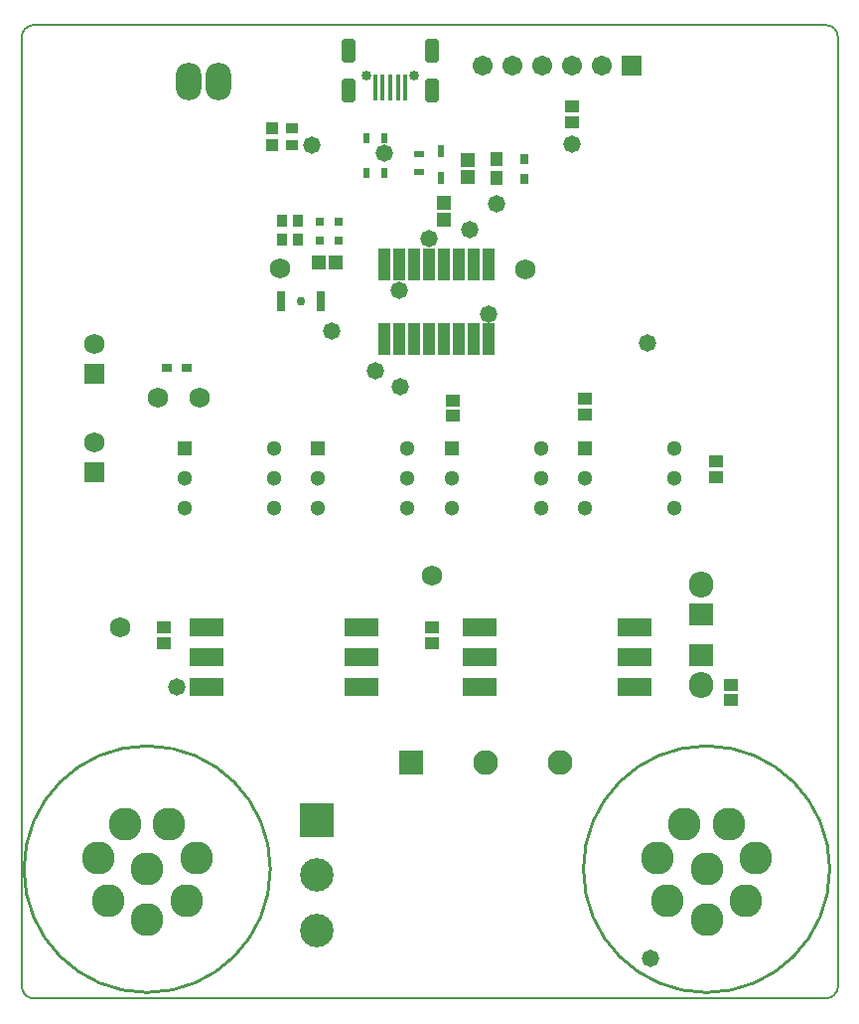
<source format=gts>
G04*
G04 #@! TF.GenerationSoftware,Altium Limited,Altium Designer,20.0.10 (225)*
G04*
G04 Layer_Color=8388736*
%FSLAX25Y25*%
%MOIN*%
G70*
G01*
G75*
%ADD10C,0.01000*%
%ADD11C,0.00787*%
%ADD20R,0.03543X0.03150*%
%ADD21R,0.03150X0.06693*%
%ADD24R,0.01972X0.04375*%
%ADD27R,0.03985X0.04758*%
%ADD28R,0.03150X0.03543*%
%ADD30R,0.11811X0.05906*%
%ADD35R,0.03000X0.02800*%
%ADD36R,0.01600X0.09055*%
%ADD38R,0.04540X0.04147*%
%ADD39R,0.02441X0.03622*%
%ADD40R,0.03622X0.02441*%
%ADD41R,0.04934X0.04540*%
%ADD42R,0.04343X0.10642*%
%ADD43R,0.03556X0.04343*%
%ADD44R,0.04540X0.04934*%
%ADD45R,0.03950X0.03950*%
%ADD46R,0.04343X0.03556*%
%ADD47R,0.04737X0.04343*%
%ADD48C,0.11036*%
%ADD49C,0.06902*%
%ADD50C,0.02953*%
%ADD51R,0.07887X0.07493*%
%ADD52O,0.08280X0.08674*%
%ADD53R,0.06902X0.06902*%
%ADD54C,0.06706*%
%ADD55R,0.06706X0.06706*%
%ADD56O,0.08674X0.12611*%
%ADD57R,0.08280X0.08280*%
%ADD58C,0.08280*%
%ADD59R,0.11237X0.11237*%
%ADD60C,0.11237*%
%ADD61R,0.05118X0.05118*%
%ADD62C,0.05118*%
%ADD63C,0.03359*%
G04:AMPARAMS|DCode=64|XSize=49.34mil|YSize=80.83mil|CornerRadius=14.34mil|HoleSize=0mil|Usage=FLASHONLY|Rotation=180.000|XOffset=0mil|YOffset=0mil|HoleType=Round|Shape=RoundedRectangle|*
%AMROUNDEDRECTD64*
21,1,0.04934,0.05217,0,0,180.0*
21,1,0.02067,0.08083,0,0,180.0*
1,1,0.02867,-0.01034,0.02608*
1,1,0.02867,0.01034,0.02608*
1,1,0.02867,0.01034,-0.02608*
1,1,0.02867,-0.01034,-0.02608*
%
%ADD64ROUNDEDRECTD64*%
%ADD65C,0.05800*%
D10*
X234819Y1279929D02*
G03*
X234819Y1279929I-41339J0D01*
G01*
X422590D02*
G03*
X422590Y1279929I-41339J0D01*
G01*
D11*
X421228Y1236606D02*
G03*
X425370Y1240748I0J4142D01*
G01*
X151350D02*
G03*
X155492Y1236606I4142J0D01*
G01*
X425370Y1558858D02*
G03*
X421228Y1563000I-4142J0D01*
G01*
X155492Y1562992D02*
G03*
X151350Y1558850I0J-4142D01*
G01*
X425354Y1240555D02*
Y1558858D01*
X155488Y1236610D02*
X421228D01*
X151350Y1240748D02*
Y1558850D01*
X155492Y1562992D02*
X421228D01*
D20*
X206846Y1448000D02*
D03*
X200153D02*
D03*
D21*
X251693Y1470500D02*
D03*
X238307D02*
D03*
D24*
X292097Y1520770D02*
D03*
Y1511715D02*
D03*
D27*
X310597Y1511586D02*
D03*
Y1517900D02*
D03*
D28*
X320097Y1511358D02*
D03*
Y1518051D02*
D03*
D30*
X356984Y1361000D02*
D03*
Y1351000D02*
D03*
Y1341000D02*
D03*
X305016D02*
D03*
Y1351000D02*
D03*
Y1361000D02*
D03*
X265484D02*
D03*
Y1351000D02*
D03*
Y1341000D02*
D03*
X213516D02*
D03*
Y1351000D02*
D03*
Y1361000D02*
D03*
D35*
X251524Y1490764D02*
D03*
X257624D02*
D03*
X251524Y1496992D02*
D03*
X257624D02*
D03*
D36*
X269957Y1541902D02*
D03*
X272532D02*
D03*
X275091D02*
D03*
X277650D02*
D03*
X280193D02*
D03*
D38*
X336000Y1530441D02*
D03*
Y1535559D02*
D03*
X389500Y1341768D02*
D03*
Y1336650D02*
D03*
X296000Y1431941D02*
D03*
Y1437059D02*
D03*
X340500Y1437559D02*
D03*
Y1432441D02*
D03*
X384500Y1411441D02*
D03*
Y1416559D02*
D03*
D39*
X272953Y1513500D02*
D03*
X267047D02*
D03*
X272953Y1525000D02*
D03*
X267047D02*
D03*
D40*
X284597Y1519696D02*
D03*
Y1513790D02*
D03*
D41*
X301097Y1511889D02*
D03*
Y1517597D02*
D03*
X293000Y1503354D02*
D03*
Y1497646D02*
D03*
D42*
X308000Y1457744D02*
D03*
X303000D02*
D03*
X273000D02*
D03*
X278000D02*
D03*
X283000D02*
D03*
X288000D02*
D03*
X293000D02*
D03*
X298000D02*
D03*
X308000Y1482650D02*
D03*
X303000D02*
D03*
X298000D02*
D03*
X293000D02*
D03*
X273000D02*
D03*
X278000D02*
D03*
X283000D02*
D03*
X288000D02*
D03*
D43*
X238623Y1497221D02*
D03*
X244135D02*
D03*
X238623Y1490993D02*
D03*
X244135D02*
D03*
D44*
X256854Y1483500D02*
D03*
X251146D02*
D03*
D45*
X235500Y1522547D02*
D03*
Y1528453D02*
D03*
D46*
X242000Y1522744D02*
D03*
Y1528256D02*
D03*
D47*
X199000Y1355831D02*
D03*
Y1361146D02*
D03*
X289000Y1355831D02*
D03*
Y1361146D02*
D03*
D48*
X206728Y1269378D02*
D03*
X193500Y1263000D02*
D03*
X180272Y1269378D02*
D03*
X209996Y1283669D02*
D03*
X176965D02*
D03*
X186138Y1295165D02*
D03*
X193500Y1279929D02*
D03*
X200862Y1295165D02*
D03*
X394500Y1269378D02*
D03*
X381272Y1263000D02*
D03*
X368043Y1269378D02*
D03*
X397768Y1283669D02*
D03*
X364736D02*
D03*
X373909Y1295165D02*
D03*
X381272Y1279929D02*
D03*
X388634Y1295165D02*
D03*
D49*
X197000Y1438000D02*
D03*
X211000D02*
D03*
X238000Y1481500D02*
D03*
X320500Y1481000D02*
D03*
X289000Y1378500D02*
D03*
X184500Y1361000D02*
D03*
X175791Y1423000D02*
D03*
Y1456000D02*
D03*
D50*
X245000Y1470500D02*
D03*
D51*
X379370Y1351768D02*
D03*
Y1365268D02*
D03*
D52*
Y1341768D02*
D03*
Y1375268D02*
D03*
D53*
X175791Y1413000D02*
D03*
Y1446000D02*
D03*
D54*
X306000Y1549500D02*
D03*
X316000D02*
D03*
X326000D02*
D03*
X336000D02*
D03*
X346000D02*
D03*
D55*
X356000D02*
D03*
D56*
X217500Y1544000D02*
D03*
X207500D02*
D03*
D57*
X282248Y1315747D02*
D03*
D58*
X332248D02*
D03*
X307248D02*
D03*
D59*
X250500Y1296500D02*
D03*
D60*
Y1278000D02*
D03*
Y1259500D02*
D03*
D61*
X250833Y1421000D02*
D03*
X340500D02*
D03*
X295667D02*
D03*
X206000D02*
D03*
D62*
X250833Y1411000D02*
D03*
Y1401000D02*
D03*
X280833D02*
D03*
Y1411000D02*
D03*
Y1421000D02*
D03*
X340500Y1411000D02*
D03*
Y1401000D02*
D03*
X370500D02*
D03*
Y1411000D02*
D03*
Y1421000D02*
D03*
X295667Y1411000D02*
D03*
Y1401000D02*
D03*
X325667D02*
D03*
Y1411000D02*
D03*
Y1421000D02*
D03*
X206000Y1411000D02*
D03*
Y1401000D02*
D03*
X236000D02*
D03*
Y1411000D02*
D03*
Y1421000D02*
D03*
D63*
X267201Y1546114D02*
D03*
X282949D02*
D03*
D64*
X261000Y1540917D02*
D03*
Y1554500D02*
D03*
X289150Y1540917D02*
D03*
Y1554500D02*
D03*
D65*
X362500Y1250000D02*
D03*
X310648Y1503148D02*
D03*
X278455Y1441733D02*
D03*
X270000Y1447000D02*
D03*
X278000Y1474000D02*
D03*
X301765Y1494443D02*
D03*
X255500Y1460500D02*
D03*
X308000Y1466000D02*
D03*
X248868Y1522658D02*
D03*
X273000Y1520000D02*
D03*
X288000Y1491500D02*
D03*
X336000Y1523000D02*
D03*
X361500Y1456500D02*
D03*
X203500Y1341000D02*
D03*
M02*

</source>
